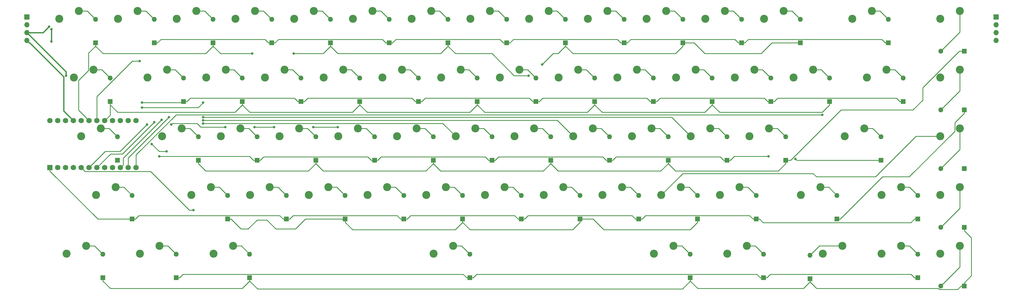
<source format=gbr>
G04 #@! TF.GenerationSoftware,KiCad,Pcbnew,(5.1.4)-1*
G04 #@! TF.CreationDate,2021-01-30T00:10:11-06:00*
G04 #@! TF.ProjectId,65MAIN,36354d41-494e-42e6-9b69-6361645f7063,rev?*
G04 #@! TF.SameCoordinates,Original*
G04 #@! TF.FileFunction,Copper,L2,Bot*
G04 #@! TF.FilePolarity,Positive*
%FSLAX46Y46*%
G04 Gerber Fmt 4.6, Leading zero omitted, Abs format (unit mm)*
G04 Created by KiCad (PCBNEW (5.1.4)-1) date 2021-01-30 00:10:11*
%MOMM*%
%LPD*%
G04 APERTURE LIST*
%ADD10C,2.600000*%
%ADD11O,1.700000X1.700000*%
%ADD12R,1.700000X1.700000*%
%ADD13R,1.600000X1.600000*%
%ADD14O,1.600000X1.600000*%
%ADD15R,1.752600X1.752600*%
%ADD16C,1.752600*%
%ADD17C,0.800000*%
%ADD18C,0.254000*%
%ADD19C,0.381000*%
G04 APERTURE END LIST*
D10*
X123190000Y-132397500D03*
X129540000Y-129857500D03*
X242252500Y-113347500D03*
X248602500Y-110807500D03*
X8890000Y-94297500D03*
X15240000Y-91757500D03*
X258921250Y-56197500D03*
X265271250Y-53657500D03*
X20002500Y-110807500D03*
X13652500Y-113347500D03*
X262890000Y-91757500D03*
X256540000Y-94297500D03*
X4127500Y-132397500D03*
X10477500Y-129857500D03*
X27940000Y-132397500D03*
X34290000Y-129857500D03*
X218440000Y-132397500D03*
X224790000Y-129857500D03*
X194627500Y-132397500D03*
X200977500Y-129857500D03*
X51752500Y-132397500D03*
X58102500Y-129857500D03*
X6508750Y-75247500D03*
X12858750Y-72707500D03*
X263683750Y-75247500D03*
X270033750Y-72707500D03*
X1746250Y-56197500D03*
X8096250Y-53657500D03*
X54133750Y-94297500D03*
X60483750Y-91757500D03*
X20796250Y-56197500D03*
X27146250Y-53657500D03*
X225583750Y-94297500D03*
X231933750Y-91757500D03*
X120808750Y-113347500D03*
X127158750Y-110807500D03*
X216058750Y-113347500D03*
X222408750Y-110807500D03*
X187483750Y-94297500D03*
X193833750Y-91757500D03*
X111283750Y-94297500D03*
X117633750Y-91757500D03*
X82708750Y-113347500D03*
X89058750Y-110807500D03*
X139858750Y-113347500D03*
X146208750Y-110807500D03*
X239871250Y-75247500D03*
X246221250Y-72707500D03*
X49371250Y-75247500D03*
X55721250Y-72707500D03*
X154146250Y-56197500D03*
X160496250Y-53657500D03*
X192246250Y-56197500D03*
X198596250Y-53657500D03*
X44608750Y-113347500D03*
X50958750Y-110807500D03*
X125571250Y-75247500D03*
X131921250Y-72707500D03*
X63658750Y-113347500D03*
X70008750Y-110807500D03*
X101758750Y-113347500D03*
X108108750Y-110807500D03*
X268446250Y-113347500D03*
X274796250Y-110807500D03*
X144621250Y-75247500D03*
X150971250Y-72707500D03*
X39846250Y-56197500D03*
X46196250Y-53657500D03*
X58896250Y-56197500D03*
X65246250Y-53657500D03*
X106521250Y-75247500D03*
X112871250Y-72707500D03*
X116046250Y-56197500D03*
X122396250Y-53657500D03*
X135096250Y-56197500D03*
X141446250Y-53657500D03*
X206533750Y-94297500D03*
X212883750Y-91757500D03*
X287496250Y-132397500D03*
X293846250Y-129857500D03*
X87471250Y-75247500D03*
X93821250Y-72707500D03*
X30321250Y-75247500D03*
X36671250Y-72707500D03*
X287496250Y-94297500D03*
X293846250Y-91757500D03*
X287496250Y-113347500D03*
X293846250Y-110807500D03*
X197008750Y-113347500D03*
X203358750Y-110807500D03*
X201771250Y-75247500D03*
X208121250Y-72707500D03*
X182721250Y-75247500D03*
X189071250Y-72707500D03*
X173196250Y-56197500D03*
X179546250Y-53657500D03*
X211296250Y-56197500D03*
X217646250Y-53657500D03*
X158908750Y-113347500D03*
X165258750Y-110807500D03*
X249396250Y-132397500D03*
X255746250Y-129857500D03*
X220821250Y-75247500D03*
X227171250Y-72707500D03*
X168433750Y-94297500D03*
X174783750Y-91757500D03*
X149383750Y-94297500D03*
X155733750Y-91757500D03*
X163671250Y-75247500D03*
X170021250Y-72707500D03*
X287496250Y-75247500D03*
X293846250Y-72707500D03*
X130333750Y-94297500D03*
X136683750Y-91757500D03*
X77946250Y-56197500D03*
X84296250Y-53657500D03*
X96996250Y-56197500D03*
X103346250Y-53657500D03*
X92233750Y-94297500D03*
X98583750Y-91757500D03*
X230346250Y-56197500D03*
X236696250Y-53657500D03*
X68421250Y-75247500D03*
X74771250Y-72707500D03*
X268446250Y-132397500D03*
X274796250Y-129857500D03*
X287496250Y-56197500D03*
X293846250Y-53657500D03*
X73183750Y-94297500D03*
X79533750Y-91757500D03*
X177958750Y-113347500D03*
X184308750Y-110807500D03*
X35083750Y-94297500D03*
X41433750Y-91757500D03*
D11*
X305593750Y-63182500D03*
X305593750Y-60642500D03*
X305593750Y-58102500D03*
D12*
X305593750Y-55562500D03*
X-8731250Y-55562500D03*
D11*
X-8731250Y-58102500D03*
X-8731250Y-60642500D03*
X-8731250Y-63182500D03*
D13*
X295275000Y-123825000D03*
D14*
X287655000Y-123825000D03*
D13*
X295275000Y-104775000D03*
D14*
X287655000Y-104775000D03*
D13*
X295275000Y-142875000D03*
D14*
X287655000Y-142875000D03*
D13*
X280193750Y-140176250D03*
D14*
X280193750Y-132556250D03*
D13*
X245268750Y-140493750D03*
D14*
X245268750Y-132873750D03*
D13*
X230187500Y-140176250D03*
D14*
X230187500Y-132556250D03*
D13*
X206375000Y-140176250D03*
D14*
X206375000Y-132556250D03*
D13*
X134937500Y-140176250D03*
D14*
X134937500Y-132556250D03*
D13*
X63500000Y-140176250D03*
D14*
X63500000Y-132556250D03*
D13*
X39687500Y-140176250D03*
D14*
X39687500Y-132556250D03*
D13*
X15875000Y-140176250D03*
D14*
X15875000Y-132556250D03*
D13*
X295275000Y-85725000D03*
D14*
X287655000Y-85725000D03*
D13*
X280193750Y-121126250D03*
D14*
X280193750Y-113506250D03*
D13*
X254000000Y-121126250D03*
D14*
X254000000Y-113506250D03*
D13*
X227806250Y-121126250D03*
D14*
X227806250Y-113506250D03*
D13*
X208756250Y-121126250D03*
D14*
X208756250Y-113506250D03*
D13*
X189706250Y-121126250D03*
D14*
X189706250Y-113506250D03*
D13*
X170656250Y-121126250D03*
D14*
X170656250Y-113506250D03*
D13*
X151606250Y-121126250D03*
D14*
X151606250Y-113506250D03*
D13*
X132556250Y-121126250D03*
D14*
X132556250Y-113506250D03*
D13*
X113506250Y-121126250D03*
D14*
X113506250Y-113506250D03*
D13*
X94456250Y-121126250D03*
D14*
X94456250Y-113506250D03*
D13*
X75406250Y-121126250D03*
D14*
X75406250Y-113506250D03*
D13*
X56356250Y-121126250D03*
D14*
X56356250Y-113506250D03*
D13*
X25400000Y-121126250D03*
D14*
X25400000Y-113506250D03*
D13*
X295275000Y-66675000D03*
D14*
X287655000Y-66675000D03*
D13*
X268287500Y-102076250D03*
D14*
X268287500Y-94456250D03*
D13*
X237331250Y-102076250D03*
D14*
X237331250Y-94456250D03*
D13*
X218281250Y-102076250D03*
D14*
X218281250Y-94456250D03*
D13*
X199231250Y-102076250D03*
D14*
X199231250Y-94456250D03*
D13*
X180181250Y-102076250D03*
D14*
X180181250Y-94456250D03*
D13*
X161131250Y-102076250D03*
D14*
X161131250Y-94456250D03*
D13*
X142081250Y-102076250D03*
D14*
X142081250Y-94456250D03*
D13*
X123031250Y-102076250D03*
D14*
X123031250Y-94456250D03*
D13*
X103981250Y-102076250D03*
D14*
X103981250Y-94456250D03*
D13*
X84931250Y-102076250D03*
D14*
X84931250Y-94456250D03*
D13*
X65881250Y-102076250D03*
D14*
X65881250Y-94456250D03*
D13*
X46831250Y-102076250D03*
D14*
X46831250Y-94456250D03*
D13*
X20637500Y-102076250D03*
D14*
X20637500Y-94456250D03*
D13*
X275431250Y-83026250D03*
D14*
X275431250Y-75406250D03*
D13*
X251618750Y-83026250D03*
D14*
X251618750Y-75406250D03*
D13*
X232568750Y-83026250D03*
D14*
X232568750Y-75406250D03*
D13*
X213518750Y-83026250D03*
D14*
X213518750Y-75406250D03*
D13*
X194468750Y-83026250D03*
D14*
X194468750Y-75406250D03*
D13*
X175418750Y-83026250D03*
D14*
X175418750Y-75406250D03*
D13*
X156368750Y-83026250D03*
D14*
X156368750Y-75406250D03*
D13*
X137318750Y-83026250D03*
D14*
X137318750Y-75406250D03*
D13*
X118268750Y-83026250D03*
D14*
X118268750Y-75406250D03*
D13*
X99218750Y-83026250D03*
D14*
X99218750Y-75406250D03*
D13*
X80168750Y-83026250D03*
D14*
X80168750Y-75406250D03*
D13*
X61118750Y-83026250D03*
D14*
X61118750Y-75406250D03*
D13*
X42068750Y-83026250D03*
D14*
X42068750Y-75406250D03*
D13*
X18256250Y-83026250D03*
D14*
X18256250Y-75406250D03*
D13*
X270668750Y-63976250D03*
D14*
X270668750Y-56356250D03*
D13*
X242093750Y-63976250D03*
D14*
X242093750Y-56356250D03*
D13*
X223043750Y-63976250D03*
D14*
X223043750Y-56356250D03*
D13*
X203993750Y-63976250D03*
D14*
X203993750Y-56356250D03*
D13*
X184943750Y-63976250D03*
D14*
X184943750Y-56356250D03*
D13*
X165893750Y-63976250D03*
D14*
X165893750Y-56356250D03*
D13*
X146843750Y-63976250D03*
D14*
X146843750Y-56356250D03*
D13*
X127793750Y-63976250D03*
D14*
X127793750Y-56356250D03*
D13*
X108743750Y-63976250D03*
D14*
X108743750Y-56356250D03*
D13*
X89693750Y-63976250D03*
D14*
X89693750Y-56356250D03*
D13*
X70643750Y-63976250D03*
D14*
X70643750Y-56356250D03*
D13*
X51593750Y-63976250D03*
D14*
X51593750Y-56356250D03*
D13*
X32543750Y-63976250D03*
D14*
X32543750Y-56356250D03*
D13*
X13493750Y-63976250D03*
D14*
X13493750Y-56356250D03*
D15*
X-1270000Y-104457500D03*
D16*
X1270000Y-104457500D03*
X3810000Y-104457500D03*
X6350000Y-104457500D03*
X8890000Y-104457500D03*
X11430000Y-104457500D03*
X13970000Y-104457500D03*
X16510000Y-104457500D03*
X19050000Y-104457500D03*
X21590000Y-104457500D03*
X24130000Y-104457500D03*
X26670000Y-89217500D03*
X24130000Y-89217500D03*
X21590000Y-89217500D03*
X19050000Y-89217500D03*
X16510000Y-89217500D03*
X13970000Y-89217500D03*
X11430000Y-89217500D03*
X8890000Y-89217500D03*
X6350000Y-89217500D03*
X3810000Y-89217500D03*
X1270000Y-89217500D03*
X26670000Y-104457500D03*
X-1270000Y-89217500D03*
D17*
X28575000Y-84931250D03*
X48418750Y-83343750D03*
X92075000Y-91281250D03*
X84137500Y-91281250D03*
X71437500Y-91281250D03*
X65087500Y-91281250D03*
X55562500Y-91281250D03*
X38100000Y-90487500D03*
X30162500Y-90487500D03*
X37306250Y-88106250D03*
X48418750Y-88106250D03*
X249237500Y-87312500D03*
X34925000Y-88900000D03*
X48418750Y-89106253D03*
X32543750Y-89693750D03*
X48418750Y-90106256D03*
X3968750Y-74612500D03*
X-1587500Y-58737500D03*
X-793750Y-59531250D03*
X-793750Y-63500000D03*
X45243750Y-118268750D03*
X36512500Y-99218750D03*
X31750000Y-96837500D03*
X34131250Y-100806250D03*
X240506250Y-101600000D03*
X231775000Y-100806250D03*
X28575000Y-83343750D03*
X27781250Y-69850000D03*
X153987500Y-74612500D03*
X158394683Y-70999067D03*
X64293750Y-67468750D03*
X77787500Y-67468750D03*
D18*
X41433750Y-91757500D02*
X44132500Y-91757500D01*
X44132500Y-91757500D02*
X46831250Y-94456250D01*
X60801250Y-129857500D02*
X63500000Y-132556250D01*
X58102500Y-129857500D02*
X60801250Y-129857500D01*
X28575000Y-84931250D02*
X46831250Y-84931250D01*
X46831250Y-84931250D02*
X48418750Y-83343750D01*
X203676250Y-129857500D02*
X206375000Y-132556250D01*
X200977500Y-129857500D02*
X203676250Y-129857500D01*
X92075000Y-91281250D02*
X84137500Y-91281250D01*
X71437500Y-91281250D02*
X65087500Y-91281250D01*
X55562500Y-91281250D02*
X47625000Y-91281250D01*
X38457001Y-90130499D02*
X38100000Y-90487500D01*
X47625000Y-91281250D02*
X46474249Y-90130499D01*
X46474249Y-90130499D02*
X38457001Y-90130499D01*
X30162500Y-90487500D02*
X21431250Y-99218750D01*
X16668750Y-99218750D02*
X11430000Y-104457500D01*
X21431250Y-99218750D02*
X16668750Y-99218750D01*
X231933750Y-91757500D02*
X234632500Y-91757500D01*
X234632500Y-91757500D02*
X237331250Y-94456250D01*
X200342500Y-88106250D02*
X206533750Y-94297500D01*
X48418750Y-88106250D02*
X200342500Y-88106250D01*
X24130000Y-101282500D02*
X24130000Y-104457500D01*
X37306250Y-88106250D02*
X24130000Y-101282500D01*
X127158750Y-110807500D02*
X129857500Y-110807500D01*
X129857500Y-110807500D02*
X132556250Y-113506250D01*
X272732500Y-72707500D02*
X275431250Y-75406250D01*
X270033750Y-72707500D02*
X272732500Y-72707500D01*
X26670000Y-100303288D02*
X26670000Y-104457500D01*
X249237500Y-87312500D02*
X39633829Y-87312500D01*
X39633829Y-87312500D02*
X39633829Y-87339459D01*
X39633829Y-87339459D02*
X26670000Y-100303288D01*
X267970000Y-53657500D02*
X270668750Y-56356250D01*
X265271250Y-53657500D02*
X267970000Y-53657500D01*
X89058750Y-110807500D02*
X91757500Y-110807500D01*
X91757500Y-110807500D02*
X94456250Y-113506250D01*
X17938750Y-91757500D02*
X20637500Y-94456250D01*
X15240000Y-91757500D02*
X17938750Y-91757500D01*
X187007500Y-110807500D02*
X189706250Y-113506250D01*
X184308750Y-110807500D02*
X187007500Y-110807500D01*
X163242503Y-89106253D02*
X168433750Y-94297500D01*
X48418750Y-89106253D02*
X163242503Y-89106253D01*
X22466299Y-103581201D02*
X21590000Y-104457500D01*
X22466299Y-101358701D02*
X22466299Y-103428799D01*
X34925000Y-88900000D02*
X22466299Y-101358701D01*
X22466299Y-101841299D02*
X22466299Y-103428799D01*
X22466299Y-103428799D02*
X22466299Y-103581201D01*
X279616316Y-94297500D02*
X287496250Y-94297500D01*
X266500415Y-107413401D02*
X279616316Y-94297500D01*
X247329717Y-107413401D02*
X266500415Y-107413401D01*
X246278816Y-106362500D02*
X247329717Y-107413401D01*
X197008750Y-113347500D02*
X203993750Y-106362500D01*
X203993750Y-106362500D02*
X246278816Y-106362500D01*
X13176250Y-129857500D02*
X15875000Y-132556250D01*
X10477500Y-129857500D02*
X13176250Y-129857500D01*
X79533750Y-91757500D02*
X82232500Y-91757500D01*
X82232500Y-91757500D02*
X84931250Y-94456250D01*
X293846250Y-98583750D02*
X287655000Y-104775000D01*
X293846250Y-91757500D02*
X293846250Y-98583750D01*
X277495000Y-129857500D02*
X280193750Y-132556250D01*
X274796250Y-129857500D02*
X277495000Y-129857500D01*
X126142506Y-90106256D02*
X130333750Y-94297500D01*
X48418750Y-90106256D02*
X126142506Y-90106256D01*
X18415000Y-100012500D02*
X13970000Y-104457500D01*
X32543750Y-89693750D02*
X22225000Y-100012500D01*
X22225000Y-100012500D02*
X18415000Y-100012500D01*
X74771250Y-72707500D02*
X77470000Y-72707500D01*
X77470000Y-72707500D02*
X80168750Y-75406250D01*
X160496250Y-53657500D02*
X163195000Y-53657500D01*
X163195000Y-53657500D02*
X165893750Y-56356250D01*
X265588750Y-91757500D02*
X268287500Y-94456250D01*
X262890000Y-91757500D02*
X265588750Y-91757500D01*
X239395000Y-53657500D02*
X242093750Y-56356250D01*
X236696250Y-53657500D02*
X239395000Y-53657500D01*
X10795000Y-53657500D02*
X13493750Y-56356250D01*
X8096250Y-53657500D02*
X10795000Y-53657500D01*
X98583750Y-91757500D02*
X101282500Y-91757500D01*
X101282500Y-91757500D02*
X103981250Y-94456250D01*
X103346250Y-53657500D02*
X106045000Y-53657500D01*
X106045000Y-53657500D02*
X108743750Y-56356250D01*
X227488750Y-129857500D02*
X230187500Y-132556250D01*
X224790000Y-129857500D02*
X227488750Y-129857500D01*
X86995000Y-53657500D02*
X89693750Y-56356250D01*
X84296250Y-53657500D02*
X86995000Y-53657500D01*
X117633750Y-91757500D02*
X120332500Y-91757500D01*
X120332500Y-91757500D02*
X123031250Y-94456250D01*
X136683750Y-91757500D02*
X139382500Y-91757500D01*
X139382500Y-91757500D02*
X142081250Y-94456250D01*
X293846250Y-117633750D02*
X287655000Y-123825000D01*
X293846250Y-110807500D02*
X293846250Y-117633750D01*
X172720000Y-72707500D02*
X175418750Y-75406250D01*
X170021250Y-72707500D02*
X172720000Y-72707500D01*
X155733750Y-91757500D02*
X158432500Y-91757500D01*
X158432500Y-91757500D02*
X161131250Y-94456250D01*
X177482500Y-91757500D02*
X180181250Y-94456250D01*
X174783750Y-91757500D02*
X177482500Y-91757500D01*
X193833750Y-91757500D02*
X196532500Y-91757500D01*
X196532500Y-91757500D02*
X199231250Y-94456250D01*
X227171250Y-72707500D02*
X229870000Y-72707500D01*
X229870000Y-72707500D02*
X232568750Y-75406250D01*
X248285000Y-129857500D02*
X245268750Y-132873750D01*
X255746250Y-129857500D02*
X248285000Y-129857500D01*
X165258750Y-110807500D02*
X167957500Y-110807500D01*
X167957500Y-110807500D02*
X170656250Y-113506250D01*
X217646250Y-53657500D02*
X220345000Y-53657500D01*
X220345000Y-53657500D02*
X223043750Y-56356250D01*
X146208750Y-110807500D02*
X148907500Y-110807500D01*
X148907500Y-110807500D02*
X151606250Y-113506250D01*
X179546250Y-53657500D02*
X182245000Y-53657500D01*
X182245000Y-53657500D02*
X184943750Y-56356250D01*
X189071250Y-72707500D02*
X191770000Y-72707500D01*
X191770000Y-72707500D02*
X194468750Y-75406250D01*
X29845000Y-53657500D02*
X32543750Y-56356250D01*
X27146250Y-53657500D02*
X29845000Y-53657500D01*
X208121250Y-72707500D02*
X210820000Y-72707500D01*
X210820000Y-72707500D02*
X213518750Y-75406250D01*
X203358750Y-110807500D02*
X206057500Y-110807500D01*
X206057500Y-110807500D02*
X208756250Y-113506250D01*
X293846250Y-79533750D02*
X287655000Y-85725000D01*
X293846250Y-72707500D02*
X293846250Y-79533750D01*
X293846250Y-60483750D02*
X287655000Y-66675000D01*
X293846250Y-53657500D02*
X293846250Y-60483750D01*
D19*
X3968750Y-73342500D02*
X-8731250Y-60642500D01*
X3968750Y-74612500D02*
X3968750Y-73342500D01*
X-3492500Y-60642500D02*
X-8731250Y-60642500D01*
X-1587500Y-58737500D02*
X-3492500Y-60642500D01*
X6350000Y-89217500D02*
X3175000Y-86042500D01*
X-7881251Y-64032499D02*
X-8731250Y-63182500D01*
X-7745564Y-64032499D02*
X-7881251Y-64032499D01*
X3175000Y-74953063D02*
X-7745564Y-64032499D01*
X3175000Y-86042500D02*
X3175000Y-74953063D01*
X-793750Y-59531250D02*
X-793750Y-63500000D01*
D18*
X36671250Y-72707500D02*
X39370000Y-72707500D01*
X39370000Y-72707500D02*
X42068750Y-75406250D01*
X93821250Y-72707500D02*
X96520000Y-72707500D01*
X96520000Y-72707500D02*
X99218750Y-75406250D01*
X246221250Y-72707500D02*
X248920000Y-72707500D01*
X248920000Y-72707500D02*
X251618750Y-75406250D01*
X293846250Y-136683750D02*
X287655000Y-142875000D01*
X293846250Y-129857500D02*
X293846250Y-136683750D01*
X63182500Y-91757500D02*
X65881250Y-94456250D01*
X60483750Y-91757500D02*
X63182500Y-91757500D01*
X212883750Y-91757500D02*
X215582500Y-91757500D01*
X215582500Y-91757500D02*
X218281250Y-94456250D01*
X144145000Y-53657500D02*
X146843750Y-56356250D01*
X141446250Y-53657500D02*
X144145000Y-53657500D01*
X22701250Y-110807500D02*
X25400000Y-113506250D01*
X20002500Y-110807500D02*
X22701250Y-110807500D01*
X251301250Y-110807500D02*
X254000000Y-113506250D01*
X248602500Y-110807500D02*
X251301250Y-110807500D01*
X122396250Y-53657500D02*
X125095000Y-53657500D01*
X125095000Y-53657500D02*
X127793750Y-56356250D01*
X222408750Y-110807500D02*
X225107500Y-110807500D01*
X225107500Y-110807500D02*
X227806250Y-113506250D01*
X132238750Y-129857500D02*
X134937500Y-132556250D01*
X129540000Y-129857500D02*
X132238750Y-129857500D01*
X112871250Y-72707500D02*
X115570000Y-72707500D01*
X115570000Y-72707500D02*
X118268750Y-75406250D01*
X15557500Y-72707500D02*
X18256250Y-75406250D01*
X12858750Y-72707500D02*
X15557500Y-72707500D01*
X65246250Y-53657500D02*
X67945000Y-53657500D01*
X67945000Y-53657500D02*
X70643750Y-56356250D01*
X48895000Y-53657500D02*
X51593750Y-56356250D01*
X46196250Y-53657500D02*
X48895000Y-53657500D01*
X63500000Y-141287500D02*
X63500000Y-140176250D01*
X61118750Y-143668750D02*
X63500000Y-141287500D01*
X18313500Y-143668750D02*
X61118750Y-143668750D01*
X15875000Y-140176250D02*
X15875000Y-141230250D01*
X15875000Y-141230250D02*
X18313500Y-143668750D01*
X206375000Y-141287500D02*
X206375000Y-140176250D01*
X203888999Y-143773501D02*
X206375000Y-141287500D01*
X66043251Y-143773501D02*
X203888999Y-143773501D01*
X63500000Y-140176250D02*
X63500000Y-141230250D01*
X63500000Y-141230250D02*
X66043251Y-143773501D01*
X206375000Y-141230250D02*
X208813500Y-143668750D01*
X206375000Y-140176250D02*
X206375000Y-141230250D01*
X295275000Y-141821000D02*
X295275000Y-142875000D01*
X297588251Y-139507749D02*
X295275000Y-141821000D01*
X297588251Y-127192251D02*
X297588251Y-139507749D01*
X295275000Y-124879000D02*
X297588251Y-127192251D01*
X295275000Y-123825000D02*
X295275000Y-124879000D01*
X243147750Y-143668750D02*
X242887500Y-143668750D01*
X245268750Y-141547750D02*
X243147750Y-143668750D01*
X208813500Y-143668750D02*
X242887500Y-143668750D01*
X245268750Y-140493750D02*
X245268750Y-141547750D01*
X294221000Y-142875000D02*
X295275000Y-142875000D01*
X293093999Y-144002001D02*
X294221000Y-142875000D01*
X287114039Y-144002001D02*
X293093999Y-144002001D01*
X286780788Y-143668750D02*
X287114039Y-144002001D01*
X247389750Y-143668750D02*
X286780788Y-143668750D01*
X245268750Y-141547750D02*
X247389750Y-143668750D01*
X231241500Y-140176250D02*
X230187500Y-140176250D01*
X232368501Y-139049249D02*
X231241500Y-140176250D01*
X278012749Y-139049249D02*
X232368501Y-139049249D01*
X279139750Y-140176250D02*
X278012749Y-139049249D01*
X280193750Y-140176250D02*
X279139750Y-140176250D01*
X229133500Y-140176250D02*
X230187500Y-140176250D01*
X228006499Y-139049249D02*
X229133500Y-140176250D01*
X137118501Y-139049249D02*
X228006499Y-139049249D01*
X135991500Y-140176250D02*
X137118501Y-139049249D01*
X134937500Y-140176250D02*
X135991500Y-140176250D01*
X40741500Y-140176250D02*
X39687500Y-140176250D01*
X41868501Y-139049249D02*
X40741500Y-140176250D01*
X132756499Y-139049249D02*
X41868501Y-139049249D01*
X133883500Y-140176250D02*
X132756499Y-139049249D01*
X134937500Y-140176250D02*
X133883500Y-140176250D01*
X206375000Y-124618750D02*
X208756250Y-122237500D01*
X208756250Y-122237500D02*
X208756250Y-121126250D01*
X170656250Y-122237500D02*
X170656250Y-121126250D01*
X168275000Y-124618750D02*
X170656250Y-122237500D01*
X170656250Y-122237500D02*
X170656250Y-121126250D01*
X134994750Y-124618750D02*
X168275000Y-124618750D01*
X132556250Y-122180250D02*
X134994750Y-124618750D01*
X132556250Y-122237500D02*
X132556250Y-121126250D01*
X130175000Y-124618750D02*
X132556250Y-122237500D01*
X132556250Y-122237500D02*
X132556250Y-121126250D01*
X96894750Y-124618750D02*
X130175000Y-124618750D01*
X94456250Y-122180250D02*
X96894750Y-124618750D01*
X94456250Y-122237500D02*
X94456250Y-121126250D01*
X94456250Y-122237500D02*
X94456250Y-121126250D01*
X43941038Y-118268750D02*
X45243750Y-118268750D01*
X31333089Y-105660801D02*
X43941038Y-118268750D01*
X8890000Y-104457500D02*
X10093301Y-105660801D01*
X10093301Y-105660801D02*
X31333089Y-105660801D01*
X295275000Y-86779000D02*
X295275000Y-85725000D01*
X292219249Y-89834751D02*
X295275000Y-86779000D01*
X292219249Y-92623463D02*
X292219249Y-89834751D01*
X277429311Y-107413401D02*
X292219249Y-92623463D01*
X268766849Y-107413401D02*
X277429311Y-107413401D01*
X255054000Y-121126250D02*
X268766849Y-107413401D01*
X254000000Y-121126250D02*
X255054000Y-121126250D01*
X178371084Y-124618750D02*
X206375000Y-124618750D01*
X174878584Y-121126250D02*
X178371084Y-124618750D01*
X170656250Y-121126250D02*
X174878584Y-121126250D01*
X56356250Y-121126250D02*
X57410250Y-121126250D01*
X57410250Y-121126250D02*
X60645599Y-124361599D01*
X81559448Y-121126250D02*
X94456250Y-121126250D01*
X78324099Y-124361599D02*
X81559448Y-121126250D01*
X60645599Y-124361599D02*
X62963401Y-124361599D01*
X62963401Y-124361599D02*
X65881250Y-121443750D01*
X65881250Y-121443750D02*
X69056250Y-121443750D01*
X71974099Y-124361599D02*
X78324099Y-124361599D01*
X69056250Y-121443750D02*
X71974099Y-124361599D01*
X226752250Y-121126250D02*
X227806250Y-121126250D01*
X225625249Y-119999249D02*
X226752250Y-121126250D01*
X189706250Y-121126250D02*
X190760250Y-121126250D01*
X190760250Y-121126250D02*
X191887251Y-119999249D01*
X191887251Y-119999249D02*
X225625249Y-119999249D01*
X188652250Y-121126250D02*
X189706250Y-121126250D01*
X187525249Y-119999249D02*
X188652250Y-121126250D01*
X151606250Y-121126250D02*
X152660250Y-121126250D01*
X152660250Y-121126250D02*
X153787251Y-119999249D01*
X153787251Y-119999249D02*
X187525249Y-119999249D01*
X150552250Y-121126250D02*
X151606250Y-121126250D01*
X149425249Y-119999249D02*
X150552250Y-121126250D01*
X113506250Y-121126250D02*
X114560250Y-121126250D01*
X114560250Y-121126250D02*
X115687251Y-119999249D01*
X115687251Y-119999249D02*
X149425249Y-119999249D01*
X112452250Y-121126250D02*
X113506250Y-121126250D01*
X111325249Y-119999249D02*
X112452250Y-121126250D01*
X75406250Y-121126250D02*
X76460250Y-121126250D01*
X76460250Y-121126250D02*
X77587251Y-119999249D01*
X77587251Y-119999249D02*
X111325249Y-119999249D01*
X24346000Y-121126250D02*
X25400000Y-121126250D01*
X14268450Y-121126250D02*
X24346000Y-121126250D01*
X-1270000Y-105587800D02*
X14268450Y-121126250D01*
X-1270000Y-104457500D02*
X-1270000Y-105587800D01*
X74352250Y-121126250D02*
X75406250Y-121126250D01*
X73225249Y-119999249D02*
X74352250Y-121126250D01*
X27581001Y-119999249D02*
X73225249Y-119999249D01*
X26454000Y-121126250D02*
X27581001Y-119999249D01*
X25400000Y-121126250D02*
X26454000Y-121126250D01*
X279139750Y-121126250D02*
X280193750Y-121126250D01*
X278012749Y-122253251D02*
X279139750Y-121126250D01*
X229987251Y-122253251D02*
X278012749Y-122253251D01*
X228860250Y-121126250D02*
X229987251Y-122253251D01*
X227806250Y-121126250D02*
X228860250Y-121126250D01*
X82550000Y-105568750D02*
X84931250Y-103187500D01*
X84931250Y-103187500D02*
X84931250Y-102076250D01*
X49269750Y-105568750D02*
X82550000Y-105568750D01*
X46831250Y-103130250D02*
X49269750Y-105568750D01*
X46831250Y-103187500D02*
X46831250Y-102076250D01*
X120650000Y-105568750D02*
X123031250Y-103187500D01*
X123031250Y-103187500D02*
X123031250Y-102076250D01*
X87369750Y-105568750D02*
X120650000Y-105568750D01*
X84931250Y-103130250D02*
X87369750Y-105568750D01*
X84931250Y-103187500D02*
X84931250Y-102076250D01*
X158750000Y-105568750D02*
X161131250Y-103187500D01*
X161131250Y-103187500D02*
X161131250Y-102076250D01*
X125469750Y-105568750D02*
X158750000Y-105568750D01*
X123031250Y-103130250D02*
X125469750Y-105568750D01*
X123031250Y-103187500D02*
X123031250Y-102076250D01*
X196850000Y-105568750D02*
X199231250Y-103187500D01*
X199231250Y-103187500D02*
X199231250Y-102076250D01*
X163569750Y-105568750D02*
X196850000Y-105568750D01*
X161131250Y-103130250D02*
X163569750Y-105568750D01*
X161131250Y-103187500D02*
X161131250Y-102076250D01*
X234950000Y-105568750D02*
X237331250Y-103187500D01*
X237331250Y-103187500D02*
X237331250Y-102076250D01*
X201669750Y-105568750D02*
X234950000Y-105568750D01*
X199231250Y-103130250D02*
X201669750Y-105568750D01*
X199231250Y-103187500D02*
X199231250Y-102076250D01*
X238385250Y-102076250D02*
X237331250Y-102076250D01*
X238959482Y-102076250D02*
X238385250Y-102076250D01*
X295275000Y-66675000D02*
X293660788Y-66675000D01*
X281781250Y-78554538D02*
X281781250Y-82550000D01*
X281781250Y-82550000D02*
X278606250Y-85725000D01*
X278606250Y-85725000D02*
X255310732Y-85725000D01*
X293660788Y-66675000D02*
X281781250Y-78554538D01*
X255310732Y-85725000D02*
X238959482Y-102076250D01*
X36512500Y-99218750D02*
X34131250Y-99218750D01*
X34131250Y-99218750D02*
X31750000Y-96837500D01*
X102927250Y-102076250D02*
X103981250Y-102076250D01*
X101800249Y-100949249D02*
X102927250Y-102076250D01*
X65881250Y-102076250D02*
X66935250Y-102076250D01*
X66935250Y-102076250D02*
X68062251Y-100949249D01*
X68062251Y-100949249D02*
X101800249Y-100949249D01*
X141027250Y-102076250D02*
X142081250Y-102076250D01*
X139900249Y-100949249D02*
X141027250Y-102076250D01*
X103981250Y-102076250D02*
X105035250Y-102076250D01*
X105035250Y-102076250D02*
X106162251Y-100949249D01*
X106162251Y-100949249D02*
X139900249Y-100949249D01*
X179127250Y-102076250D02*
X180181250Y-102076250D01*
X178000249Y-100949249D02*
X179127250Y-102076250D01*
X142081250Y-102076250D02*
X143135250Y-102076250D01*
X143135250Y-102076250D02*
X144262251Y-100949249D01*
X144262251Y-100949249D02*
X178000249Y-100949249D01*
X217227250Y-102076250D02*
X218281250Y-102076250D01*
X216100249Y-100949249D02*
X217227250Y-102076250D01*
X180181250Y-102076250D02*
X181235250Y-102076250D01*
X181235250Y-102076250D02*
X182362251Y-100949249D01*
X182362251Y-100949249D02*
X216100249Y-100949249D01*
X64770000Y-102076250D02*
X65881250Y-102076250D01*
X34131250Y-100806250D02*
X63500000Y-100806250D01*
X63500000Y-100806250D02*
X64770000Y-102076250D01*
X268287500Y-102076250D02*
X240982500Y-102076250D01*
X240982500Y-102076250D02*
X240506250Y-101600000D01*
X231775000Y-100806250D02*
X220662500Y-100806250D01*
X219392500Y-102076250D02*
X218281250Y-102076250D01*
X220662500Y-100806250D02*
X219392500Y-102076250D01*
X231514750Y-83026250D02*
X232568750Y-83026250D01*
X230387749Y-81899249D02*
X231514750Y-83026250D01*
X194468750Y-83026250D02*
X195522750Y-83026250D01*
X195522750Y-83026250D02*
X196649751Y-81899249D01*
X196649751Y-81899249D02*
X230387749Y-81899249D01*
X193414750Y-83026250D02*
X194468750Y-83026250D01*
X192287749Y-81899249D02*
X193414750Y-83026250D01*
X156368750Y-83026250D02*
X157422750Y-83026250D01*
X157422750Y-83026250D02*
X158549751Y-81899249D01*
X158549751Y-81899249D02*
X192287749Y-81899249D01*
X155314750Y-83026250D02*
X156368750Y-83026250D01*
X154187749Y-81899249D02*
X155314750Y-83026250D01*
X118268750Y-83026250D02*
X119322750Y-83026250D01*
X119322750Y-83026250D02*
X120449751Y-81899249D01*
X120449751Y-81899249D02*
X154187749Y-81899249D01*
X117214750Y-83026250D02*
X118268750Y-83026250D01*
X116087749Y-81899249D02*
X117214750Y-83026250D01*
X80168750Y-83026250D02*
X81222750Y-83026250D01*
X81222750Y-83026250D02*
X82349751Y-81899249D01*
X82349751Y-81899249D02*
X116087749Y-81899249D01*
X79114750Y-83026250D02*
X80168750Y-83026250D01*
X77987749Y-81899249D02*
X79114750Y-83026250D01*
X42068750Y-83026250D02*
X43122750Y-83026250D01*
X43122750Y-83026250D02*
X44249751Y-81899249D01*
X44249751Y-81899249D02*
X77987749Y-81899249D01*
X41751250Y-83343750D02*
X42068750Y-83026250D01*
X28575000Y-83343750D02*
X41751250Y-83343750D01*
X274377250Y-83026250D02*
X275431250Y-83026250D01*
X273250249Y-81899249D02*
X274377250Y-83026250D01*
X234749751Y-81899249D02*
X273250249Y-81899249D01*
X233622750Y-83026250D02*
X234749751Y-81899249D01*
X232568750Y-83026250D02*
X233622750Y-83026250D01*
X249237500Y-86518750D02*
X251618750Y-84137500D01*
X251618750Y-84137500D02*
X251618750Y-83026250D01*
X215957250Y-86518750D02*
X249237500Y-86518750D01*
X213518750Y-84080250D02*
X215957250Y-86518750D01*
X213518750Y-84137500D02*
X213518750Y-83026250D01*
X211137500Y-86518750D02*
X213518750Y-84137500D01*
X213518750Y-84137500D02*
X213518750Y-83026250D01*
X177857250Y-86518750D02*
X211137500Y-86518750D01*
X175418750Y-84080250D02*
X177857250Y-86518750D01*
X175418750Y-84137500D02*
X175418750Y-83026250D01*
X173037500Y-86518750D02*
X175418750Y-84137500D01*
X175418750Y-84137500D02*
X175418750Y-83026250D01*
X139757250Y-86518750D02*
X173037500Y-86518750D01*
X137318750Y-84080250D02*
X139757250Y-86518750D01*
X137318750Y-84137500D02*
X137318750Y-83026250D01*
X134937500Y-86518750D02*
X137318750Y-84137500D01*
X137318750Y-84137500D02*
X137318750Y-83026250D01*
X101657250Y-86518750D02*
X134937500Y-86518750D01*
X99218750Y-84080250D02*
X101657250Y-86518750D01*
X99218750Y-84137500D02*
X99218750Y-83026250D01*
X96837500Y-86518750D02*
X99218750Y-84137500D01*
X99218750Y-84137500D02*
X99218750Y-83026250D01*
X63557250Y-86518750D02*
X96837500Y-86518750D01*
X61118750Y-84080250D02*
X63557250Y-86518750D01*
X18256250Y-87471250D02*
X16510000Y-89217500D01*
X18256250Y-83026250D02*
X18256250Y-87471250D01*
X18256250Y-84080250D02*
X20694750Y-86518750D01*
X18256250Y-83026250D02*
X18256250Y-84080250D01*
X20694750Y-86518750D02*
X58737500Y-86518750D01*
X61118750Y-84137500D02*
X61118750Y-83026250D01*
X58737500Y-86518750D02*
X61118750Y-84137500D01*
X221989750Y-63976250D02*
X223043750Y-63976250D01*
X220862749Y-62849249D02*
X221989750Y-63976250D01*
X184943750Y-63976250D02*
X185997750Y-63976250D01*
X185997750Y-63976250D02*
X187124751Y-62849249D01*
X187124751Y-62849249D02*
X220862749Y-62849249D01*
X183889750Y-63976250D02*
X184943750Y-63976250D01*
X182762749Y-62849249D02*
X183889750Y-63976250D01*
X146843750Y-63976250D02*
X147897750Y-63976250D01*
X147897750Y-63976250D02*
X149024751Y-62849249D01*
X149024751Y-62849249D02*
X182762749Y-62849249D01*
X145789750Y-63976250D02*
X146843750Y-63976250D01*
X144662749Y-62849249D02*
X145789750Y-63976250D01*
X108743750Y-63976250D02*
X109797750Y-63976250D01*
X109797750Y-63976250D02*
X110924751Y-62849249D01*
X110924751Y-62849249D02*
X144662749Y-62849249D01*
X107689750Y-63976250D02*
X108743750Y-63976250D01*
X106562749Y-62849249D02*
X107689750Y-63976250D01*
X70643750Y-63976250D02*
X71697750Y-63976250D01*
X71697750Y-63976250D02*
X72824751Y-62849249D01*
X72824751Y-62849249D02*
X106562749Y-62849249D01*
X69589750Y-63976250D02*
X70643750Y-63976250D01*
X68462749Y-62849249D02*
X69589750Y-63976250D01*
X34724751Y-62849249D02*
X68462749Y-62849249D01*
X33597750Y-63976250D02*
X34724751Y-62849249D01*
X32543750Y-63976250D02*
X33597750Y-63976250D01*
X269614750Y-63976250D02*
X270668750Y-63976250D01*
X268487749Y-62849249D02*
X269614750Y-63976250D01*
X225224751Y-62849249D02*
X268487749Y-62849249D01*
X224097750Y-63976250D02*
X225224751Y-62849249D01*
X223043750Y-63976250D02*
X224097750Y-63976250D01*
X13970000Y-87978225D02*
X13970000Y-89217500D01*
X13970000Y-81360462D02*
X13970000Y-87978225D01*
X25480462Y-69850000D02*
X13970000Y-81360462D01*
X27781250Y-69850000D02*
X25480462Y-69850000D01*
X203993750Y-65087500D02*
X203993750Y-63976250D01*
X201612500Y-67468750D02*
X203993750Y-65087500D01*
X203993750Y-65087500D02*
X203993750Y-63976250D01*
X168332250Y-67468750D02*
X201612500Y-67468750D01*
X165893750Y-65030250D02*
X168332250Y-67468750D01*
X165893750Y-65087500D02*
X165893750Y-63976250D01*
X165893750Y-65087500D02*
X165893750Y-63976250D01*
X127793750Y-65030250D02*
X130232250Y-67468750D01*
X127793750Y-65087500D02*
X127793750Y-63976250D01*
X89693750Y-65087500D02*
X89693750Y-63976250D01*
X51593750Y-65030250D02*
X54032250Y-67468750D01*
X51593750Y-63976250D02*
X51593750Y-65030250D01*
X89693750Y-65087500D02*
X89693750Y-63976250D01*
X87312500Y-67468750D02*
X89693750Y-65087500D01*
X13493750Y-65030250D02*
X13493750Y-63976250D01*
X11231749Y-67292251D02*
X13493750Y-65030250D01*
X11231749Y-72932463D02*
X11231749Y-67292251D01*
X7997849Y-76166363D02*
X11231749Y-72932463D01*
X7997849Y-85785349D02*
X7997849Y-76166363D01*
X11430000Y-89217500D02*
X7997849Y-85785349D01*
X130232250Y-67468750D02*
X142081250Y-67468750D01*
X142081250Y-67468750D02*
X149225000Y-74612500D01*
X149225000Y-74612500D02*
X153987500Y-74612500D01*
X158394683Y-70999067D02*
X161925000Y-67468750D01*
X161925000Y-67468750D02*
X163512500Y-67468750D01*
X163512500Y-67468750D02*
X165893750Y-65087500D01*
X13493750Y-65030250D02*
X15932250Y-67468750D01*
X49212500Y-67468750D02*
X51593750Y-65087500D01*
X51593750Y-65087500D02*
X51593750Y-63976250D01*
X15932250Y-67468750D02*
X49212500Y-67468750D01*
X54032250Y-67468750D02*
X57943750Y-67468750D01*
X232886250Y-63976250D02*
X242093750Y-63976250D01*
X229393750Y-67468750D02*
X232886250Y-63976250D01*
X203993750Y-63976250D02*
X207645000Y-63976250D01*
X211137500Y-67468750D02*
X229393750Y-67468750D01*
X207645000Y-63976250D02*
X211137500Y-67468750D01*
X127793750Y-65087500D02*
X127793750Y-63976250D01*
X125412500Y-67468750D02*
X127793750Y-65087500D01*
X89693750Y-65087500D02*
X92075000Y-67468750D01*
X92075000Y-67468750D02*
X125412500Y-67468750D01*
X57943750Y-67468750D02*
X64293750Y-67468750D01*
X77787500Y-67468750D02*
X87312500Y-67468750D01*
X150971250Y-72707500D02*
X153670000Y-72707500D01*
X153670000Y-72707500D02*
X156368750Y-75406250D01*
X277495000Y-110807500D02*
X280193750Y-113506250D01*
X274796250Y-110807500D02*
X277495000Y-110807500D01*
X108108750Y-110807500D02*
X110807500Y-110807500D01*
X110807500Y-110807500D02*
X113506250Y-113506250D01*
X58420000Y-72707500D02*
X61118750Y-75406250D01*
X55721250Y-72707500D02*
X58420000Y-72707500D01*
X36988750Y-129857500D02*
X39687500Y-132556250D01*
X34290000Y-129857500D02*
X36988750Y-129857500D01*
X72707500Y-110807500D02*
X75406250Y-113506250D01*
X70008750Y-110807500D02*
X72707500Y-110807500D01*
X131921250Y-72707500D02*
X134620000Y-72707500D01*
X134620000Y-72707500D02*
X137318750Y-75406250D01*
X50958750Y-110807500D02*
X53657500Y-110807500D01*
X53657500Y-110807500D02*
X56356250Y-113506250D01*
X201295000Y-53657500D02*
X203993750Y-56356250D01*
X198596250Y-53657500D02*
X201295000Y-53657500D01*
M02*

</source>
